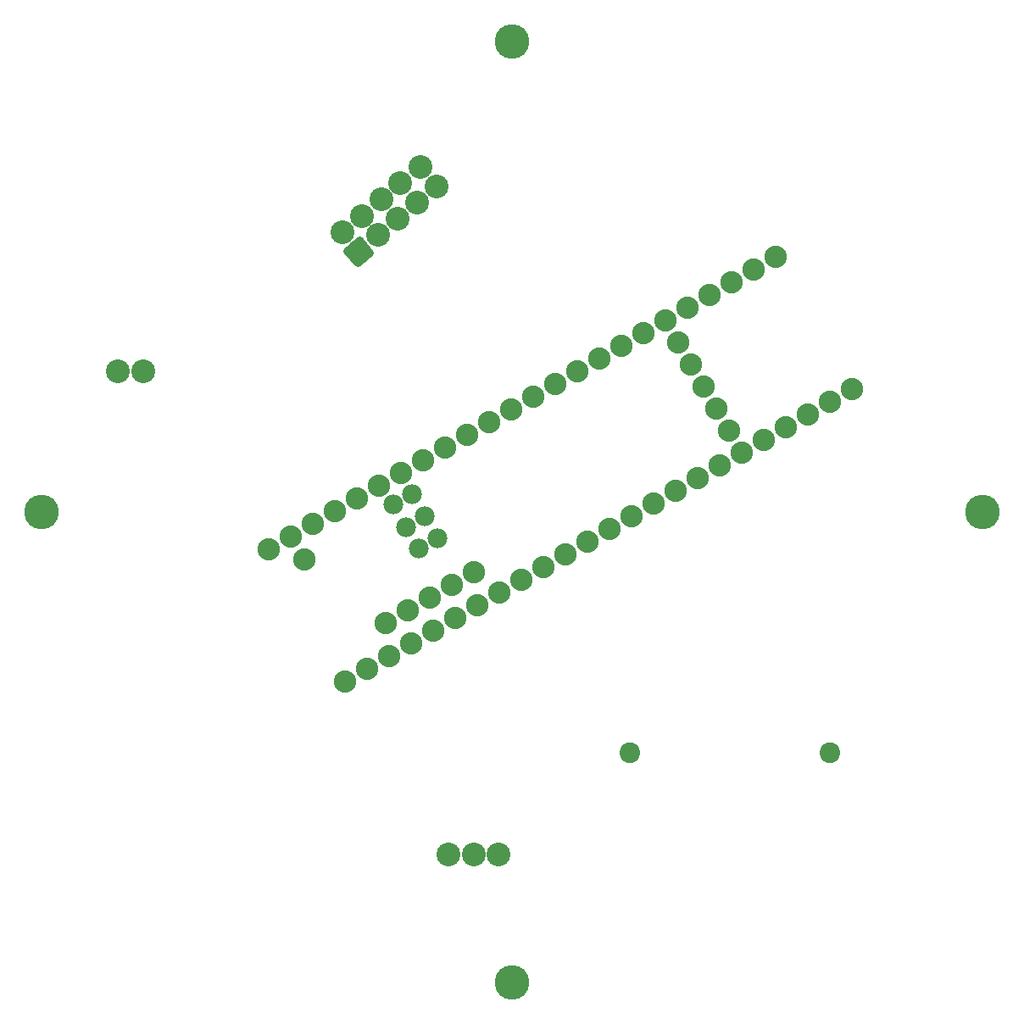
<source format=gbs>
G04 MADE WITH FRITZING*
G04 WWW.FRITZING.ORG*
G04 DOUBLE SIDED*
G04 HOLES PLATED*
G04 CONTOUR ON CENTER OF CONTOUR VECTOR*
%ASAXBY*%
%FSLAX23Y23*%
%MOIN*%
%OFA0B0*%
%SFA1.0B1.0*%
%ADD10C,0.081181*%
%ADD11C,0.088000*%
%ADD12C,0.078000*%
%ADD13C,0.093307*%
%ADD14C,0.135984*%
%ADD15C,0.000100*%
%ADD16C,0.030000*%
%LNMASK0*%
G90*
G70*
G54D10*
X3200Y1037D03*
X2413Y1037D03*
G54D11*
X1133Y1798D03*
G54D12*
X1483Y2013D03*
X1533Y1926D03*
X1583Y1840D03*
X1556Y2055D03*
X1606Y1968D03*
X1656Y1882D03*
G54D11*
X1454Y1549D03*
X1541Y1599D03*
X1628Y1649D03*
X1714Y1699D03*
X1801Y1749D03*
X1295Y1317D03*
X1381Y1367D03*
X1468Y1417D03*
X1555Y1467D03*
X1641Y1517D03*
X1728Y1567D03*
X1814Y1617D03*
X1901Y1667D03*
X1988Y1717D03*
X2074Y1767D03*
X2161Y1817D03*
X2247Y1867D03*
X2334Y1917D03*
X2421Y1967D03*
X2507Y2017D03*
X2594Y2067D03*
X2680Y2117D03*
X2767Y2167D03*
X2854Y2217D03*
X2940Y2267D03*
X3027Y2317D03*
X3113Y2367D03*
X3200Y2417D03*
X3287Y2467D03*
X2804Y2304D03*
X2754Y2391D03*
X2704Y2477D03*
X2654Y2564D03*
X2604Y2650D03*
X2987Y2987D03*
X2900Y2937D03*
X2813Y2887D03*
X2727Y2837D03*
X2640Y2787D03*
X2554Y2737D03*
X2467Y2687D03*
X2380Y2637D03*
X2294Y2587D03*
X2207Y2537D03*
X2121Y2487D03*
X2034Y2437D03*
X1947Y2387D03*
X1861Y2337D03*
X1774Y2287D03*
X1688Y2237D03*
X1601Y2187D03*
X1514Y2137D03*
X1428Y2087D03*
X1341Y2037D03*
X1255Y1987D03*
X1168Y1937D03*
X1081Y1887D03*
X995Y1837D03*
G54D13*
X1283Y3085D03*
X1359Y3149D03*
X1436Y3214D03*
X1512Y3278D03*
X1589Y3342D03*
X1347Y3008D03*
X1423Y3073D03*
X1500Y3137D03*
X1577Y3201D03*
X1653Y3266D03*
X1898Y637D03*
X1800Y637D03*
X1702Y637D03*
X402Y2537D03*
X500Y2537D03*
G54D14*
X1951Y3836D03*
X101Y1986D03*
X3802Y1986D03*
X1951Y135D03*
G54D15*
G36*
X1302Y3012D02*
X1351Y3053D01*
X1391Y3005D01*
X1343Y2964D01*
X1302Y3012D01*
G37*
G54D16*
X1302Y3012D02*
X1351Y3053D01*
X1391Y3005D01*
X1343Y2964D01*
X1302Y3012D01*
D02*
G04 End of Mask0*
M02*
</source>
